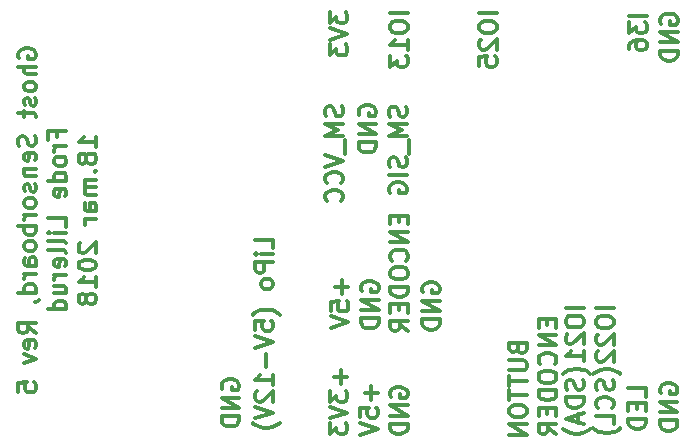
<source format=gbr>
G04 #@! TF.GenerationSoftware,KiCad,Pcbnew,5.0.0-rc2-dev-unknown-e0e0687~62~ubuntu16.04.1*
G04 #@! TF.CreationDate,2018-03-18T12:22:30+01:00*
G04 #@! TF.ProjectId,GhostSensorBoard,47686F737453656E736F72426F617264,rev?*
G04 #@! TF.SameCoordinates,Original*
G04 #@! TF.FileFunction,Legend,Bot*
G04 #@! TF.FilePolarity,Positive*
%FSLAX46Y46*%
G04 Gerber Fmt 4.6, Leading zero omitted, Abs format (unit mm)*
G04 Created by KiCad (PCBNEW 5.0.0-rc2-dev-unknown-e0e0687~62~ubuntu16.04.1) date Sun Mar 18 12:22:30 2018*
%MOMM*%
%LPD*%
G01*
G04 APERTURE LIST*
%ADD10C,0.300000*%
G04 APERTURE END LIST*
D10*
X156757142Y-89771428D02*
X156828571Y-89985714D01*
X156828571Y-90342857D01*
X156757142Y-90485714D01*
X156685714Y-90557142D01*
X156542857Y-90628571D01*
X156400000Y-90628571D01*
X156257142Y-90557142D01*
X156185714Y-90485714D01*
X156114285Y-90342857D01*
X156042857Y-90057142D01*
X155971428Y-89914285D01*
X155900000Y-89842857D01*
X155757142Y-89771428D01*
X155614285Y-89771428D01*
X155471428Y-89842857D01*
X155400000Y-89914285D01*
X155328571Y-90057142D01*
X155328571Y-90414285D01*
X155400000Y-90628571D01*
X156828571Y-91271428D02*
X155328571Y-91271428D01*
X156400000Y-91771428D01*
X155328571Y-92271428D01*
X156828571Y-92271428D01*
X156971428Y-92628571D02*
X156971428Y-93771428D01*
X156757142Y-94057142D02*
X156828571Y-94271428D01*
X156828571Y-94628571D01*
X156757142Y-94771428D01*
X156685714Y-94842857D01*
X156542857Y-94914285D01*
X156400000Y-94914285D01*
X156257142Y-94842857D01*
X156185714Y-94771428D01*
X156114285Y-94628571D01*
X156042857Y-94342857D01*
X155971428Y-94200000D01*
X155900000Y-94128571D01*
X155757142Y-94057142D01*
X155614285Y-94057142D01*
X155471428Y-94128571D01*
X155400000Y-94200000D01*
X155328571Y-94342857D01*
X155328571Y-94700000D01*
X155400000Y-94914285D01*
X156828571Y-95557142D02*
X155328571Y-95557142D01*
X155400000Y-97057142D02*
X155328571Y-96914285D01*
X155328571Y-96700000D01*
X155400000Y-96485714D01*
X155542857Y-96342857D01*
X155685714Y-96271428D01*
X155971428Y-96200000D01*
X156185714Y-96200000D01*
X156471428Y-96271428D01*
X156614285Y-96342857D01*
X156757142Y-96485714D01*
X156828571Y-96700000D01*
X156828571Y-96842857D01*
X156757142Y-97057142D01*
X156685714Y-97128571D01*
X156185714Y-97128571D01*
X156185714Y-96842857D01*
X151357142Y-89750000D02*
X151428571Y-89964285D01*
X151428571Y-90321428D01*
X151357142Y-90464285D01*
X151285714Y-90535714D01*
X151142857Y-90607142D01*
X151000000Y-90607142D01*
X150857142Y-90535714D01*
X150785714Y-90464285D01*
X150714285Y-90321428D01*
X150642857Y-90035714D01*
X150571428Y-89892857D01*
X150500000Y-89821428D01*
X150357142Y-89750000D01*
X150214285Y-89750000D01*
X150071428Y-89821428D01*
X150000000Y-89892857D01*
X149928571Y-90035714D01*
X149928571Y-90392857D01*
X150000000Y-90607142D01*
X151428571Y-91250000D02*
X149928571Y-91250000D01*
X151000000Y-91750000D01*
X149928571Y-92250000D01*
X151428571Y-92250000D01*
X151571428Y-92607142D02*
X151571428Y-93750000D01*
X149928571Y-93892857D02*
X151428571Y-94392857D01*
X149928571Y-94892857D01*
X151285714Y-96250000D02*
X151357142Y-96178571D01*
X151428571Y-95964285D01*
X151428571Y-95821428D01*
X151357142Y-95607142D01*
X151214285Y-95464285D01*
X151071428Y-95392857D01*
X150785714Y-95321428D01*
X150571428Y-95321428D01*
X150285714Y-95392857D01*
X150142857Y-95464285D01*
X150000000Y-95607142D01*
X149928571Y-95821428D01*
X149928571Y-95964285D01*
X150000000Y-96178571D01*
X150071428Y-96250000D01*
X151285714Y-97750000D02*
X151357142Y-97678571D01*
X151428571Y-97464285D01*
X151428571Y-97321428D01*
X151357142Y-97107142D01*
X151214285Y-96964285D01*
X151071428Y-96892857D01*
X150785714Y-96821428D01*
X150571428Y-96821428D01*
X150285714Y-96892857D01*
X150142857Y-96964285D01*
X150000000Y-97107142D01*
X149928571Y-97321428D01*
X149928571Y-97464285D01*
X150000000Y-97678571D01*
X150071428Y-97750000D01*
X152800000Y-90507142D02*
X152728571Y-90364285D01*
X152728571Y-90150000D01*
X152800000Y-89935714D01*
X152942857Y-89792857D01*
X153085714Y-89721428D01*
X153371428Y-89650000D01*
X153585714Y-89650000D01*
X153871428Y-89721428D01*
X154014285Y-89792857D01*
X154157142Y-89935714D01*
X154228571Y-90150000D01*
X154228571Y-90292857D01*
X154157142Y-90507142D01*
X154085714Y-90578571D01*
X153585714Y-90578571D01*
X153585714Y-90292857D01*
X154228571Y-91221428D02*
X152728571Y-91221428D01*
X154228571Y-92078571D01*
X152728571Y-92078571D01*
X154228571Y-92792857D02*
X152728571Y-92792857D01*
X152728571Y-93150000D01*
X152800000Y-93364285D01*
X152942857Y-93507142D01*
X153085714Y-93578571D01*
X153371428Y-93650000D01*
X153585714Y-93650000D01*
X153871428Y-93578571D01*
X154014285Y-93507142D01*
X154157142Y-93364285D01*
X154228571Y-93150000D01*
X154228571Y-92792857D01*
X150278571Y-81792857D02*
X150278571Y-82721428D01*
X150850000Y-82221428D01*
X150850000Y-82435714D01*
X150921428Y-82578571D01*
X150992857Y-82650000D01*
X151135714Y-82721428D01*
X151492857Y-82721428D01*
X151635714Y-82650000D01*
X151707142Y-82578571D01*
X151778571Y-82435714D01*
X151778571Y-82007142D01*
X151707142Y-81864285D01*
X151635714Y-81792857D01*
X150278571Y-83150000D02*
X151778571Y-83650000D01*
X150278571Y-84150000D01*
X150278571Y-84507142D02*
X150278571Y-85435714D01*
X150850000Y-84935714D01*
X150850000Y-85150000D01*
X150921428Y-85292857D01*
X150992857Y-85364285D01*
X151135714Y-85435714D01*
X151492857Y-85435714D01*
X151635714Y-85364285D01*
X151707142Y-85292857D01*
X151778571Y-85150000D01*
X151778571Y-84721428D01*
X151707142Y-84578571D01*
X151635714Y-84507142D01*
X156878571Y-81885714D02*
X155378571Y-81885714D01*
X155378571Y-82885714D02*
X155378571Y-83171428D01*
X155450000Y-83314285D01*
X155592857Y-83457142D01*
X155878571Y-83528571D01*
X156378571Y-83528571D01*
X156664285Y-83457142D01*
X156807142Y-83314285D01*
X156878571Y-83171428D01*
X156878571Y-82885714D01*
X156807142Y-82742857D01*
X156664285Y-82600000D01*
X156378571Y-82528571D01*
X155878571Y-82528571D01*
X155592857Y-82600000D01*
X155450000Y-82742857D01*
X155378571Y-82885714D01*
X156878571Y-84957142D02*
X156878571Y-84100000D01*
X156878571Y-84528571D02*
X155378571Y-84528571D01*
X155592857Y-84385714D01*
X155735714Y-84242857D01*
X155807142Y-84100000D01*
X155378571Y-85457142D02*
X155378571Y-86385714D01*
X155950000Y-85885714D01*
X155950000Y-86100000D01*
X156021428Y-86242857D01*
X156092857Y-86314285D01*
X156235714Y-86385714D01*
X156592857Y-86385714D01*
X156735714Y-86314285D01*
X156807142Y-86242857D01*
X156878571Y-86100000D01*
X156878571Y-85671428D01*
X156807142Y-85528571D01*
X156735714Y-85457142D01*
X164428571Y-81885714D02*
X162928571Y-81885714D01*
X162928571Y-82885714D02*
X162928571Y-83171428D01*
X163000000Y-83314285D01*
X163142857Y-83457142D01*
X163428571Y-83528571D01*
X163928571Y-83528571D01*
X164214285Y-83457142D01*
X164357142Y-83314285D01*
X164428571Y-83171428D01*
X164428571Y-82885714D01*
X164357142Y-82742857D01*
X164214285Y-82600000D01*
X163928571Y-82528571D01*
X163428571Y-82528571D01*
X163142857Y-82600000D01*
X163000000Y-82742857D01*
X162928571Y-82885714D01*
X163071428Y-84100000D02*
X163000000Y-84171428D01*
X162928571Y-84314285D01*
X162928571Y-84671428D01*
X163000000Y-84814285D01*
X163071428Y-84885714D01*
X163214285Y-84957142D01*
X163357142Y-84957142D01*
X163571428Y-84885714D01*
X164428571Y-84028571D01*
X164428571Y-84957142D01*
X162928571Y-86314285D02*
X162928571Y-85600000D01*
X163642857Y-85528571D01*
X163571428Y-85600000D01*
X163500000Y-85742857D01*
X163500000Y-86100000D01*
X163571428Y-86242857D01*
X163642857Y-86314285D01*
X163785714Y-86385714D01*
X164142857Y-86385714D01*
X164285714Y-86314285D01*
X164357142Y-86242857D01*
X164428571Y-86100000D01*
X164428571Y-85742857D01*
X164357142Y-85600000D01*
X164285714Y-85528571D01*
X177128571Y-82071428D02*
X175628571Y-82071428D01*
X175628571Y-82642857D02*
X175628571Y-83571428D01*
X176200000Y-83071428D01*
X176200000Y-83285714D01*
X176271428Y-83428571D01*
X176342857Y-83500000D01*
X176485714Y-83571428D01*
X176842857Y-83571428D01*
X176985714Y-83500000D01*
X177057142Y-83428571D01*
X177128571Y-83285714D01*
X177128571Y-82857142D01*
X177057142Y-82714285D01*
X176985714Y-82642857D01*
X175628571Y-84857142D02*
X175628571Y-84571428D01*
X175700000Y-84428571D01*
X175771428Y-84357142D01*
X175985714Y-84214285D01*
X176271428Y-84142857D01*
X176842857Y-84142857D01*
X176985714Y-84214285D01*
X177057142Y-84285714D01*
X177128571Y-84428571D01*
X177128571Y-84714285D01*
X177057142Y-84857142D01*
X176985714Y-84928571D01*
X176842857Y-85000000D01*
X176485714Y-85000000D01*
X176342857Y-84928571D01*
X176271428Y-84857142D01*
X176200000Y-84714285D01*
X176200000Y-84428571D01*
X176271428Y-84285714D01*
X176342857Y-84214285D01*
X176485714Y-84142857D01*
X178350000Y-82757142D02*
X178278571Y-82614285D01*
X178278571Y-82400000D01*
X178350000Y-82185714D01*
X178492857Y-82042857D01*
X178635714Y-81971428D01*
X178921428Y-81900000D01*
X179135714Y-81900000D01*
X179421428Y-81971428D01*
X179564285Y-82042857D01*
X179707142Y-82185714D01*
X179778571Y-82400000D01*
X179778571Y-82542857D01*
X179707142Y-82757142D01*
X179635714Y-82828571D01*
X179135714Y-82828571D01*
X179135714Y-82542857D01*
X179778571Y-83471428D02*
X178278571Y-83471428D01*
X179778571Y-84328571D01*
X178278571Y-84328571D01*
X179778571Y-85042857D02*
X178278571Y-85042857D01*
X178278571Y-85400000D01*
X178350000Y-85614285D01*
X178492857Y-85757142D01*
X178635714Y-85828571D01*
X178921428Y-85900000D01*
X179135714Y-85900000D01*
X179421428Y-85828571D01*
X179564285Y-85757142D01*
X179707142Y-85614285D01*
X179778571Y-85400000D01*
X179778571Y-85042857D01*
X151307142Y-104471428D02*
X151307142Y-105614285D01*
X151878571Y-105042857D02*
X150735714Y-105042857D01*
X150378571Y-107042857D02*
X150378571Y-106328571D01*
X151092857Y-106257142D01*
X151021428Y-106328571D01*
X150950000Y-106471428D01*
X150950000Y-106828571D01*
X151021428Y-106971428D01*
X151092857Y-107042857D01*
X151235714Y-107114285D01*
X151592857Y-107114285D01*
X151735714Y-107042857D01*
X151807142Y-106971428D01*
X151878571Y-106828571D01*
X151878571Y-106471428D01*
X151807142Y-106328571D01*
X151735714Y-106257142D01*
X150378571Y-107542857D02*
X151878571Y-108042857D01*
X150378571Y-108542857D01*
X153000000Y-105407142D02*
X152928571Y-105264285D01*
X152928571Y-105050000D01*
X153000000Y-104835714D01*
X153142857Y-104692857D01*
X153285714Y-104621428D01*
X153571428Y-104550000D01*
X153785714Y-104550000D01*
X154071428Y-104621428D01*
X154214285Y-104692857D01*
X154357142Y-104835714D01*
X154428571Y-105050000D01*
X154428571Y-105192857D01*
X154357142Y-105407142D01*
X154285714Y-105478571D01*
X153785714Y-105478571D01*
X153785714Y-105192857D01*
X154428571Y-106121428D02*
X152928571Y-106121428D01*
X154428571Y-106978571D01*
X152928571Y-106978571D01*
X154428571Y-107692857D02*
X152928571Y-107692857D01*
X152928571Y-108050000D01*
X153000000Y-108264285D01*
X153142857Y-108407142D01*
X153285714Y-108478571D01*
X153571428Y-108550000D01*
X153785714Y-108550000D01*
X154071428Y-108478571D01*
X154214285Y-108407142D01*
X154357142Y-108264285D01*
X154428571Y-108050000D01*
X154428571Y-107692857D01*
X156142857Y-99028571D02*
X156142857Y-99528571D01*
X156928571Y-99742857D02*
X156928571Y-99028571D01*
X155428571Y-99028571D01*
X155428571Y-99742857D01*
X156928571Y-100385714D02*
X155428571Y-100385714D01*
X156928571Y-101242857D01*
X155428571Y-101242857D01*
X156785714Y-102814285D02*
X156857142Y-102742857D01*
X156928571Y-102528571D01*
X156928571Y-102385714D01*
X156857142Y-102171428D01*
X156714285Y-102028571D01*
X156571428Y-101957142D01*
X156285714Y-101885714D01*
X156071428Y-101885714D01*
X155785714Y-101957142D01*
X155642857Y-102028571D01*
X155500000Y-102171428D01*
X155428571Y-102385714D01*
X155428571Y-102528571D01*
X155500000Y-102742857D01*
X155571428Y-102814285D01*
X155428571Y-103742857D02*
X155428571Y-104028571D01*
X155500000Y-104171428D01*
X155642857Y-104314285D01*
X155928571Y-104385714D01*
X156428571Y-104385714D01*
X156714285Y-104314285D01*
X156857142Y-104171428D01*
X156928571Y-104028571D01*
X156928571Y-103742857D01*
X156857142Y-103600000D01*
X156714285Y-103457142D01*
X156428571Y-103385714D01*
X155928571Y-103385714D01*
X155642857Y-103457142D01*
X155500000Y-103600000D01*
X155428571Y-103742857D01*
X156928571Y-105028571D02*
X155428571Y-105028571D01*
X155428571Y-105385714D01*
X155500000Y-105600000D01*
X155642857Y-105742857D01*
X155785714Y-105814285D01*
X156071428Y-105885714D01*
X156285714Y-105885714D01*
X156571428Y-105814285D01*
X156714285Y-105742857D01*
X156857142Y-105600000D01*
X156928571Y-105385714D01*
X156928571Y-105028571D01*
X156142857Y-106528571D02*
X156142857Y-107028571D01*
X156928571Y-107242857D02*
X156928571Y-106528571D01*
X155428571Y-106528571D01*
X155428571Y-107242857D01*
X156928571Y-108742857D02*
X156214285Y-108242857D01*
X156928571Y-107885714D02*
X155428571Y-107885714D01*
X155428571Y-108457142D01*
X155500000Y-108600000D01*
X155571428Y-108671428D01*
X155714285Y-108742857D01*
X155928571Y-108742857D01*
X156071428Y-108671428D01*
X156142857Y-108600000D01*
X156214285Y-108457142D01*
X156214285Y-107885714D01*
X158200000Y-105507142D02*
X158128571Y-105364285D01*
X158128571Y-105150000D01*
X158200000Y-104935714D01*
X158342857Y-104792857D01*
X158485714Y-104721428D01*
X158771428Y-104650000D01*
X158985714Y-104650000D01*
X159271428Y-104721428D01*
X159414285Y-104792857D01*
X159557142Y-104935714D01*
X159628571Y-105150000D01*
X159628571Y-105292857D01*
X159557142Y-105507142D01*
X159485714Y-105578571D01*
X158985714Y-105578571D01*
X158985714Y-105292857D01*
X159628571Y-106221428D02*
X158128571Y-106221428D01*
X159628571Y-107078571D01*
X158128571Y-107078571D01*
X159628571Y-107792857D02*
X158128571Y-107792857D01*
X158128571Y-108150000D01*
X158200000Y-108364285D01*
X158342857Y-108507142D01*
X158485714Y-108578571D01*
X158771428Y-108650000D01*
X158985714Y-108650000D01*
X159271428Y-108578571D01*
X159414285Y-108507142D01*
X159557142Y-108364285D01*
X159628571Y-108150000D01*
X159628571Y-107792857D01*
X145478571Y-101750000D02*
X145478571Y-101035714D01*
X143978571Y-101035714D01*
X145478571Y-102250000D02*
X144478571Y-102250000D01*
X143978571Y-102250000D02*
X144050000Y-102178571D01*
X144121428Y-102250000D01*
X144050000Y-102321428D01*
X143978571Y-102250000D01*
X144121428Y-102250000D01*
X145478571Y-102964285D02*
X143978571Y-102964285D01*
X143978571Y-103535714D01*
X144050000Y-103678571D01*
X144121428Y-103750000D01*
X144264285Y-103821428D01*
X144478571Y-103821428D01*
X144621428Y-103750000D01*
X144692857Y-103678571D01*
X144764285Y-103535714D01*
X144764285Y-102964285D01*
X145478571Y-104678571D02*
X145407142Y-104535714D01*
X145335714Y-104464285D01*
X145192857Y-104392857D01*
X144764285Y-104392857D01*
X144621428Y-104464285D01*
X144550000Y-104535714D01*
X144478571Y-104678571D01*
X144478571Y-104892857D01*
X144550000Y-105035714D01*
X144621428Y-105107142D01*
X144764285Y-105178571D01*
X145192857Y-105178571D01*
X145335714Y-105107142D01*
X145407142Y-105035714D01*
X145478571Y-104892857D01*
X145478571Y-104678571D01*
X146050000Y-107392857D02*
X145978571Y-107321428D01*
X145764285Y-107178571D01*
X145621428Y-107107142D01*
X145407142Y-107035714D01*
X145050000Y-106964285D01*
X144764285Y-106964285D01*
X144407142Y-107035714D01*
X144192857Y-107107142D01*
X144050000Y-107178571D01*
X143835714Y-107321428D01*
X143764285Y-107392857D01*
X143978571Y-108678571D02*
X143978571Y-107964285D01*
X144692857Y-107892857D01*
X144621428Y-107964285D01*
X144550000Y-108107142D01*
X144550000Y-108464285D01*
X144621428Y-108607142D01*
X144692857Y-108678571D01*
X144835714Y-108750000D01*
X145192857Y-108750000D01*
X145335714Y-108678571D01*
X145407142Y-108607142D01*
X145478571Y-108464285D01*
X145478571Y-108107142D01*
X145407142Y-107964285D01*
X145335714Y-107892857D01*
X143978571Y-109178571D02*
X145478571Y-109678571D01*
X143978571Y-110178571D01*
X144907142Y-110678571D02*
X144907142Y-111821428D01*
X145478571Y-113321428D02*
X145478571Y-112464285D01*
X145478571Y-112892857D02*
X143978571Y-112892857D01*
X144192857Y-112750000D01*
X144335714Y-112607142D01*
X144407142Y-112464285D01*
X144121428Y-113892857D02*
X144050000Y-113964285D01*
X143978571Y-114107142D01*
X143978571Y-114464285D01*
X144050000Y-114607142D01*
X144121428Y-114678571D01*
X144264285Y-114750000D01*
X144407142Y-114750000D01*
X144621428Y-114678571D01*
X145478571Y-113821428D01*
X145478571Y-114750000D01*
X143978571Y-115178571D02*
X145478571Y-115678571D01*
X143978571Y-116178571D01*
X146050000Y-116535714D02*
X145978571Y-116607142D01*
X145764285Y-116750000D01*
X145621428Y-116821428D01*
X145407142Y-116892857D01*
X145050000Y-116964285D01*
X144764285Y-116964285D01*
X144407142Y-116892857D01*
X144192857Y-116821428D01*
X144050000Y-116750000D01*
X143835714Y-116607142D01*
X143764285Y-116535714D01*
X141200000Y-113707142D02*
X141128571Y-113564285D01*
X141128571Y-113350000D01*
X141200000Y-113135714D01*
X141342857Y-112992857D01*
X141485714Y-112921428D01*
X141771428Y-112850000D01*
X141985714Y-112850000D01*
X142271428Y-112921428D01*
X142414285Y-112992857D01*
X142557142Y-113135714D01*
X142628571Y-113350000D01*
X142628571Y-113492857D01*
X142557142Y-113707142D01*
X142485714Y-113778571D01*
X141985714Y-113778571D01*
X141985714Y-113492857D01*
X142628571Y-114421428D02*
X141128571Y-114421428D01*
X142628571Y-115278571D01*
X141128571Y-115278571D01*
X142628571Y-115992857D02*
X141128571Y-115992857D01*
X141128571Y-116350000D01*
X141200000Y-116564285D01*
X141342857Y-116707142D01*
X141485714Y-116778571D01*
X141771428Y-116850000D01*
X141985714Y-116850000D01*
X142271428Y-116778571D01*
X142414285Y-116707142D01*
X142557142Y-116564285D01*
X142628571Y-116350000D01*
X142628571Y-115992857D01*
X151207142Y-112107142D02*
X151207142Y-113250000D01*
X151778571Y-112678571D02*
X150635714Y-112678571D01*
X150278571Y-113821428D02*
X150278571Y-114750000D01*
X150850000Y-114250000D01*
X150850000Y-114464285D01*
X150921428Y-114607142D01*
X150992857Y-114678571D01*
X151135714Y-114750000D01*
X151492857Y-114750000D01*
X151635714Y-114678571D01*
X151707142Y-114607142D01*
X151778571Y-114464285D01*
X151778571Y-114035714D01*
X151707142Y-113892857D01*
X151635714Y-113821428D01*
X150278571Y-115178571D02*
X151778571Y-115678571D01*
X150278571Y-116178571D01*
X150278571Y-116535714D02*
X150278571Y-117464285D01*
X150850000Y-116964285D01*
X150850000Y-117178571D01*
X150921428Y-117321428D01*
X150992857Y-117392857D01*
X151135714Y-117464285D01*
X151492857Y-117464285D01*
X151635714Y-117392857D01*
X151707142Y-117321428D01*
X151778571Y-117178571D01*
X151778571Y-116750000D01*
X151707142Y-116607142D01*
X151635714Y-116535714D01*
X153807142Y-113471428D02*
X153807142Y-114614285D01*
X154378571Y-114042857D02*
X153235714Y-114042857D01*
X152878571Y-116042857D02*
X152878571Y-115328571D01*
X153592857Y-115257142D01*
X153521428Y-115328571D01*
X153450000Y-115471428D01*
X153450000Y-115828571D01*
X153521428Y-115971428D01*
X153592857Y-116042857D01*
X153735714Y-116114285D01*
X154092857Y-116114285D01*
X154235714Y-116042857D01*
X154307142Y-115971428D01*
X154378571Y-115828571D01*
X154378571Y-115471428D01*
X154307142Y-115328571D01*
X154235714Y-115257142D01*
X152878571Y-116542857D02*
X154378571Y-117042857D01*
X152878571Y-117542857D01*
X155450000Y-114357142D02*
X155378571Y-114214285D01*
X155378571Y-114000000D01*
X155450000Y-113785714D01*
X155592857Y-113642857D01*
X155735714Y-113571428D01*
X156021428Y-113500000D01*
X156235714Y-113500000D01*
X156521428Y-113571428D01*
X156664285Y-113642857D01*
X156807142Y-113785714D01*
X156878571Y-114000000D01*
X156878571Y-114142857D01*
X156807142Y-114357142D01*
X156735714Y-114428571D01*
X156235714Y-114428571D01*
X156235714Y-114142857D01*
X156878571Y-115071428D02*
X155378571Y-115071428D01*
X156878571Y-115928571D01*
X155378571Y-115928571D01*
X156878571Y-116642857D02*
X155378571Y-116642857D01*
X155378571Y-117000000D01*
X155450000Y-117214285D01*
X155592857Y-117357142D01*
X155735714Y-117428571D01*
X156021428Y-117500000D01*
X156235714Y-117500000D01*
X156521428Y-117428571D01*
X156664285Y-117357142D01*
X156807142Y-117214285D01*
X156878571Y-117000000D01*
X156878571Y-116642857D01*
X166192857Y-110257142D02*
X166264285Y-110471428D01*
X166335714Y-110542857D01*
X166478571Y-110614285D01*
X166692857Y-110614285D01*
X166835714Y-110542857D01*
X166907142Y-110471428D01*
X166978571Y-110328571D01*
X166978571Y-109757142D01*
X165478571Y-109757142D01*
X165478571Y-110257142D01*
X165550000Y-110400000D01*
X165621428Y-110471428D01*
X165764285Y-110542857D01*
X165907142Y-110542857D01*
X166050000Y-110471428D01*
X166121428Y-110400000D01*
X166192857Y-110257142D01*
X166192857Y-109757142D01*
X165478571Y-111257142D02*
X166692857Y-111257142D01*
X166835714Y-111328571D01*
X166907142Y-111400000D01*
X166978571Y-111542857D01*
X166978571Y-111828571D01*
X166907142Y-111971428D01*
X166835714Y-112042857D01*
X166692857Y-112114285D01*
X165478571Y-112114285D01*
X165478571Y-112614285D02*
X165478571Y-113471428D01*
X166978571Y-113042857D02*
X165478571Y-113042857D01*
X165478571Y-113757142D02*
X165478571Y-114614285D01*
X166978571Y-114185714D02*
X165478571Y-114185714D01*
X165478571Y-115400000D02*
X165478571Y-115685714D01*
X165550000Y-115828571D01*
X165692857Y-115971428D01*
X165978571Y-116042857D01*
X166478571Y-116042857D01*
X166764285Y-115971428D01*
X166907142Y-115828571D01*
X166978571Y-115685714D01*
X166978571Y-115400000D01*
X166907142Y-115257142D01*
X166764285Y-115114285D01*
X166478571Y-115042857D01*
X165978571Y-115042857D01*
X165692857Y-115114285D01*
X165550000Y-115257142D01*
X165478571Y-115400000D01*
X166978571Y-116685714D02*
X165478571Y-116685714D01*
X166978571Y-117542857D01*
X165478571Y-117542857D01*
X168692857Y-107778571D02*
X168692857Y-108278571D01*
X169478571Y-108492857D02*
X169478571Y-107778571D01*
X167978571Y-107778571D01*
X167978571Y-108492857D01*
X169478571Y-109135714D02*
X167978571Y-109135714D01*
X169478571Y-109992857D01*
X167978571Y-109992857D01*
X169335714Y-111564285D02*
X169407142Y-111492857D01*
X169478571Y-111278571D01*
X169478571Y-111135714D01*
X169407142Y-110921428D01*
X169264285Y-110778571D01*
X169121428Y-110707142D01*
X168835714Y-110635714D01*
X168621428Y-110635714D01*
X168335714Y-110707142D01*
X168192857Y-110778571D01*
X168050000Y-110921428D01*
X167978571Y-111135714D01*
X167978571Y-111278571D01*
X168050000Y-111492857D01*
X168121428Y-111564285D01*
X167978571Y-112492857D02*
X167978571Y-112778571D01*
X168050000Y-112921428D01*
X168192857Y-113064285D01*
X168478571Y-113135714D01*
X168978571Y-113135714D01*
X169264285Y-113064285D01*
X169407142Y-112921428D01*
X169478571Y-112778571D01*
X169478571Y-112492857D01*
X169407142Y-112350000D01*
X169264285Y-112207142D01*
X168978571Y-112135714D01*
X168478571Y-112135714D01*
X168192857Y-112207142D01*
X168050000Y-112350000D01*
X167978571Y-112492857D01*
X169478571Y-113778571D02*
X167978571Y-113778571D01*
X167978571Y-114135714D01*
X168050000Y-114350000D01*
X168192857Y-114492857D01*
X168335714Y-114564285D01*
X168621428Y-114635714D01*
X168835714Y-114635714D01*
X169121428Y-114564285D01*
X169264285Y-114492857D01*
X169407142Y-114350000D01*
X169478571Y-114135714D01*
X169478571Y-113778571D01*
X168692857Y-115278571D02*
X168692857Y-115778571D01*
X169478571Y-115992857D02*
X169478571Y-115278571D01*
X167978571Y-115278571D01*
X167978571Y-115992857D01*
X169478571Y-117492857D02*
X168764285Y-116992857D01*
X169478571Y-116635714D02*
X167978571Y-116635714D01*
X167978571Y-117207142D01*
X168050000Y-117350000D01*
X168121428Y-117421428D01*
X168264285Y-117492857D01*
X168478571Y-117492857D01*
X168621428Y-117421428D01*
X168692857Y-117350000D01*
X168764285Y-117207142D01*
X168764285Y-116635714D01*
X171778571Y-106828571D02*
X170278571Y-106828571D01*
X170278571Y-107828571D02*
X170278571Y-108114285D01*
X170350000Y-108257142D01*
X170492857Y-108400000D01*
X170778571Y-108471428D01*
X171278571Y-108471428D01*
X171564285Y-108400000D01*
X171707142Y-108257142D01*
X171778571Y-108114285D01*
X171778571Y-107828571D01*
X171707142Y-107685714D01*
X171564285Y-107542857D01*
X171278571Y-107471428D01*
X170778571Y-107471428D01*
X170492857Y-107542857D01*
X170350000Y-107685714D01*
X170278571Y-107828571D01*
X170421428Y-109042857D02*
X170350000Y-109114285D01*
X170278571Y-109257142D01*
X170278571Y-109614285D01*
X170350000Y-109757142D01*
X170421428Y-109828571D01*
X170564285Y-109900000D01*
X170707142Y-109900000D01*
X170921428Y-109828571D01*
X171778571Y-108971428D01*
X171778571Y-109900000D01*
X171778571Y-111328571D02*
X171778571Y-110471428D01*
X171778571Y-110900000D02*
X170278571Y-110900000D01*
X170492857Y-110757142D01*
X170635714Y-110614285D01*
X170707142Y-110471428D01*
X172350000Y-112400000D02*
X172278571Y-112328571D01*
X172064285Y-112185714D01*
X171921428Y-112114285D01*
X171707142Y-112042857D01*
X171350000Y-111971428D01*
X171064285Y-111971428D01*
X170707142Y-112042857D01*
X170492857Y-112114285D01*
X170350000Y-112185714D01*
X170135714Y-112328571D01*
X170064285Y-112400000D01*
X171707142Y-112900000D02*
X171778571Y-113114285D01*
X171778571Y-113471428D01*
X171707142Y-113614285D01*
X171635714Y-113685714D01*
X171492857Y-113757142D01*
X171350000Y-113757142D01*
X171207142Y-113685714D01*
X171135714Y-113614285D01*
X171064285Y-113471428D01*
X170992857Y-113185714D01*
X170921428Y-113042857D01*
X170850000Y-112971428D01*
X170707142Y-112900000D01*
X170564285Y-112900000D01*
X170421428Y-112971428D01*
X170350000Y-113042857D01*
X170278571Y-113185714D01*
X170278571Y-113542857D01*
X170350000Y-113757142D01*
X171778571Y-114400000D02*
X170278571Y-114400000D01*
X170278571Y-114757142D01*
X170350000Y-114971428D01*
X170492857Y-115114285D01*
X170635714Y-115185714D01*
X170921428Y-115257142D01*
X171135714Y-115257142D01*
X171421428Y-115185714D01*
X171564285Y-115114285D01*
X171707142Y-114971428D01*
X171778571Y-114757142D01*
X171778571Y-114400000D01*
X171350000Y-115828571D02*
X171350000Y-116542857D01*
X171778571Y-115685714D02*
X170278571Y-116185714D01*
X171778571Y-116685714D01*
X172350000Y-117042857D02*
X172278571Y-117114285D01*
X172064285Y-117257142D01*
X171921428Y-117328571D01*
X171707142Y-117400000D01*
X171350000Y-117471428D01*
X171064285Y-117471428D01*
X170707142Y-117400000D01*
X170492857Y-117328571D01*
X170350000Y-117257142D01*
X170135714Y-117114285D01*
X170064285Y-117042857D01*
X174328571Y-106864285D02*
X172828571Y-106864285D01*
X172828571Y-107864285D02*
X172828571Y-108150000D01*
X172900000Y-108292857D01*
X173042857Y-108435714D01*
X173328571Y-108507142D01*
X173828571Y-108507142D01*
X174114285Y-108435714D01*
X174257142Y-108292857D01*
X174328571Y-108150000D01*
X174328571Y-107864285D01*
X174257142Y-107721428D01*
X174114285Y-107578571D01*
X173828571Y-107507142D01*
X173328571Y-107507142D01*
X173042857Y-107578571D01*
X172900000Y-107721428D01*
X172828571Y-107864285D01*
X172971428Y-109078571D02*
X172900000Y-109150000D01*
X172828571Y-109292857D01*
X172828571Y-109650000D01*
X172900000Y-109792857D01*
X172971428Y-109864285D01*
X173114285Y-109935714D01*
X173257142Y-109935714D01*
X173471428Y-109864285D01*
X174328571Y-109007142D01*
X174328571Y-109935714D01*
X172971428Y-110507142D02*
X172900000Y-110578571D01*
X172828571Y-110721428D01*
X172828571Y-111078571D01*
X172900000Y-111221428D01*
X172971428Y-111292857D01*
X173114285Y-111364285D01*
X173257142Y-111364285D01*
X173471428Y-111292857D01*
X174328571Y-110435714D01*
X174328571Y-111364285D01*
X174900000Y-112435714D02*
X174828571Y-112364285D01*
X174614285Y-112221428D01*
X174471428Y-112150000D01*
X174257142Y-112078571D01*
X173900000Y-112007142D01*
X173614285Y-112007142D01*
X173257142Y-112078571D01*
X173042857Y-112150000D01*
X172900000Y-112221428D01*
X172685714Y-112364285D01*
X172614285Y-112435714D01*
X174257142Y-112935714D02*
X174328571Y-113150000D01*
X174328571Y-113507142D01*
X174257142Y-113650000D01*
X174185714Y-113721428D01*
X174042857Y-113792857D01*
X173900000Y-113792857D01*
X173757142Y-113721428D01*
X173685714Y-113650000D01*
X173614285Y-113507142D01*
X173542857Y-113221428D01*
X173471428Y-113078571D01*
X173400000Y-113007142D01*
X173257142Y-112935714D01*
X173114285Y-112935714D01*
X172971428Y-113007142D01*
X172900000Y-113078571D01*
X172828571Y-113221428D01*
X172828571Y-113578571D01*
X172900000Y-113792857D01*
X174185714Y-115292857D02*
X174257142Y-115221428D01*
X174328571Y-115007142D01*
X174328571Y-114864285D01*
X174257142Y-114650000D01*
X174114285Y-114507142D01*
X173971428Y-114435714D01*
X173685714Y-114364285D01*
X173471428Y-114364285D01*
X173185714Y-114435714D01*
X173042857Y-114507142D01*
X172900000Y-114650000D01*
X172828571Y-114864285D01*
X172828571Y-115007142D01*
X172900000Y-115221428D01*
X172971428Y-115292857D01*
X174328571Y-116650000D02*
X174328571Y-115935714D01*
X172828571Y-115935714D01*
X174900000Y-117007142D02*
X174828571Y-117078571D01*
X174614285Y-117221428D01*
X174471428Y-117292857D01*
X174257142Y-117364285D01*
X173900000Y-117435714D01*
X173614285Y-117435714D01*
X173257142Y-117364285D01*
X173042857Y-117292857D01*
X172900000Y-117221428D01*
X172685714Y-117078571D01*
X172614285Y-117007142D01*
X177078571Y-114335714D02*
X177078571Y-113621428D01*
X175578571Y-113621428D01*
X176292857Y-114835714D02*
X176292857Y-115335714D01*
X177078571Y-115550000D02*
X177078571Y-114835714D01*
X175578571Y-114835714D01*
X175578571Y-115550000D01*
X177078571Y-116192857D02*
X175578571Y-116192857D01*
X175578571Y-116550000D01*
X175650000Y-116764285D01*
X175792857Y-116907142D01*
X175935714Y-116978571D01*
X176221428Y-117050000D01*
X176435714Y-117050000D01*
X176721428Y-116978571D01*
X176864285Y-116907142D01*
X177007142Y-116764285D01*
X177078571Y-116550000D01*
X177078571Y-116192857D01*
X178300000Y-114057142D02*
X178228571Y-113914285D01*
X178228571Y-113700000D01*
X178300000Y-113485714D01*
X178442857Y-113342857D01*
X178585714Y-113271428D01*
X178871428Y-113200000D01*
X179085714Y-113200000D01*
X179371428Y-113271428D01*
X179514285Y-113342857D01*
X179657142Y-113485714D01*
X179728571Y-113700000D01*
X179728571Y-113842857D01*
X179657142Y-114057142D01*
X179585714Y-114128571D01*
X179085714Y-114128571D01*
X179085714Y-113842857D01*
X179728571Y-114771428D02*
X178228571Y-114771428D01*
X179728571Y-115628571D01*
X178228571Y-115628571D01*
X179728571Y-116342857D02*
X178228571Y-116342857D01*
X178228571Y-116700000D01*
X178300000Y-116914285D01*
X178442857Y-117057142D01*
X178585714Y-117128571D01*
X178871428Y-117200000D01*
X179085714Y-117200000D01*
X179371428Y-117128571D01*
X179514285Y-117057142D01*
X179657142Y-116914285D01*
X179728571Y-116700000D01*
X179728571Y-116342857D01*
X124000000Y-85685714D02*
X123928571Y-85542857D01*
X123928571Y-85328571D01*
X124000000Y-85114285D01*
X124142857Y-84971428D01*
X124285714Y-84900000D01*
X124571428Y-84828571D01*
X124785714Y-84828571D01*
X125071428Y-84900000D01*
X125214285Y-84971428D01*
X125357142Y-85114285D01*
X125428571Y-85328571D01*
X125428571Y-85471428D01*
X125357142Y-85685714D01*
X125285714Y-85757142D01*
X124785714Y-85757142D01*
X124785714Y-85471428D01*
X125428571Y-86400000D02*
X123928571Y-86400000D01*
X125428571Y-87042857D02*
X124642857Y-87042857D01*
X124500000Y-86971428D01*
X124428571Y-86828571D01*
X124428571Y-86614285D01*
X124500000Y-86471428D01*
X124571428Y-86400000D01*
X125428571Y-87971428D02*
X125357142Y-87828571D01*
X125285714Y-87757142D01*
X125142857Y-87685714D01*
X124714285Y-87685714D01*
X124571428Y-87757142D01*
X124500000Y-87828571D01*
X124428571Y-87971428D01*
X124428571Y-88185714D01*
X124500000Y-88328571D01*
X124571428Y-88400000D01*
X124714285Y-88471428D01*
X125142857Y-88471428D01*
X125285714Y-88400000D01*
X125357142Y-88328571D01*
X125428571Y-88185714D01*
X125428571Y-87971428D01*
X125357142Y-89042857D02*
X125428571Y-89185714D01*
X125428571Y-89471428D01*
X125357142Y-89614285D01*
X125214285Y-89685714D01*
X125142857Y-89685714D01*
X125000000Y-89614285D01*
X124928571Y-89471428D01*
X124928571Y-89257142D01*
X124857142Y-89114285D01*
X124714285Y-89042857D01*
X124642857Y-89042857D01*
X124500000Y-89114285D01*
X124428571Y-89257142D01*
X124428571Y-89471428D01*
X124500000Y-89614285D01*
X124428571Y-90114285D02*
X124428571Y-90685714D01*
X123928571Y-90328571D02*
X125214285Y-90328571D01*
X125357142Y-90400000D01*
X125428571Y-90542857D01*
X125428571Y-90685714D01*
X125357142Y-92257142D02*
X125428571Y-92471428D01*
X125428571Y-92828571D01*
X125357142Y-92971428D01*
X125285714Y-93042857D01*
X125142857Y-93114285D01*
X125000000Y-93114285D01*
X124857142Y-93042857D01*
X124785714Y-92971428D01*
X124714285Y-92828571D01*
X124642857Y-92542857D01*
X124571428Y-92400000D01*
X124500000Y-92328571D01*
X124357142Y-92257142D01*
X124214285Y-92257142D01*
X124071428Y-92328571D01*
X124000000Y-92400000D01*
X123928571Y-92542857D01*
X123928571Y-92900000D01*
X124000000Y-93114285D01*
X125357142Y-94328571D02*
X125428571Y-94185714D01*
X125428571Y-93900000D01*
X125357142Y-93757142D01*
X125214285Y-93685714D01*
X124642857Y-93685714D01*
X124500000Y-93757142D01*
X124428571Y-93900000D01*
X124428571Y-94185714D01*
X124500000Y-94328571D01*
X124642857Y-94400000D01*
X124785714Y-94400000D01*
X124928571Y-93685714D01*
X124428571Y-95042857D02*
X125428571Y-95042857D01*
X124571428Y-95042857D02*
X124500000Y-95114285D01*
X124428571Y-95257142D01*
X124428571Y-95471428D01*
X124500000Y-95614285D01*
X124642857Y-95685714D01*
X125428571Y-95685714D01*
X125357142Y-96328571D02*
X125428571Y-96471428D01*
X125428571Y-96757142D01*
X125357142Y-96900000D01*
X125214285Y-96971428D01*
X125142857Y-96971428D01*
X125000000Y-96900000D01*
X124928571Y-96757142D01*
X124928571Y-96542857D01*
X124857142Y-96400000D01*
X124714285Y-96328571D01*
X124642857Y-96328571D01*
X124500000Y-96400000D01*
X124428571Y-96542857D01*
X124428571Y-96757142D01*
X124500000Y-96900000D01*
X125428571Y-97828571D02*
X125357142Y-97685714D01*
X125285714Y-97614285D01*
X125142857Y-97542857D01*
X124714285Y-97542857D01*
X124571428Y-97614285D01*
X124500000Y-97685714D01*
X124428571Y-97828571D01*
X124428571Y-98042857D01*
X124500000Y-98185714D01*
X124571428Y-98257142D01*
X124714285Y-98328571D01*
X125142857Y-98328571D01*
X125285714Y-98257142D01*
X125357142Y-98185714D01*
X125428571Y-98042857D01*
X125428571Y-97828571D01*
X125428571Y-98971428D02*
X124428571Y-98971428D01*
X124714285Y-98971428D02*
X124571428Y-99042857D01*
X124500000Y-99114285D01*
X124428571Y-99257142D01*
X124428571Y-99400000D01*
X125428571Y-99900000D02*
X123928571Y-99900000D01*
X124500000Y-99900000D02*
X124428571Y-100042857D01*
X124428571Y-100328571D01*
X124500000Y-100471428D01*
X124571428Y-100542857D01*
X124714285Y-100614285D01*
X125142857Y-100614285D01*
X125285714Y-100542857D01*
X125357142Y-100471428D01*
X125428571Y-100328571D01*
X125428571Y-100042857D01*
X125357142Y-99900000D01*
X125428571Y-101471428D02*
X125357142Y-101328571D01*
X125285714Y-101257142D01*
X125142857Y-101185714D01*
X124714285Y-101185714D01*
X124571428Y-101257142D01*
X124500000Y-101328571D01*
X124428571Y-101471428D01*
X124428571Y-101685714D01*
X124500000Y-101828571D01*
X124571428Y-101900000D01*
X124714285Y-101971428D01*
X125142857Y-101971428D01*
X125285714Y-101900000D01*
X125357142Y-101828571D01*
X125428571Y-101685714D01*
X125428571Y-101471428D01*
X125428571Y-103257142D02*
X124642857Y-103257142D01*
X124500000Y-103185714D01*
X124428571Y-103042857D01*
X124428571Y-102757142D01*
X124500000Y-102614285D01*
X125357142Y-103257142D02*
X125428571Y-103114285D01*
X125428571Y-102757142D01*
X125357142Y-102614285D01*
X125214285Y-102542857D01*
X125071428Y-102542857D01*
X124928571Y-102614285D01*
X124857142Y-102757142D01*
X124857142Y-103114285D01*
X124785714Y-103257142D01*
X125428571Y-103971428D02*
X124428571Y-103971428D01*
X124714285Y-103971428D02*
X124571428Y-104042857D01*
X124500000Y-104114285D01*
X124428571Y-104257142D01*
X124428571Y-104400000D01*
X125428571Y-105542857D02*
X123928571Y-105542857D01*
X125357142Y-105542857D02*
X125428571Y-105400000D01*
X125428571Y-105114285D01*
X125357142Y-104971428D01*
X125285714Y-104900000D01*
X125142857Y-104828571D01*
X124714285Y-104828571D01*
X124571428Y-104900000D01*
X124500000Y-104971428D01*
X124428571Y-105114285D01*
X124428571Y-105400000D01*
X124500000Y-105542857D01*
X125357142Y-106328571D02*
X125428571Y-106328571D01*
X125571428Y-106257142D01*
X125642857Y-106185714D01*
X125428571Y-108971428D02*
X124714285Y-108471428D01*
X125428571Y-108114285D02*
X123928571Y-108114285D01*
X123928571Y-108685714D01*
X124000000Y-108828571D01*
X124071428Y-108900000D01*
X124214285Y-108971428D01*
X124428571Y-108971428D01*
X124571428Y-108900000D01*
X124642857Y-108828571D01*
X124714285Y-108685714D01*
X124714285Y-108114285D01*
X125357142Y-110185714D02*
X125428571Y-110042857D01*
X125428571Y-109757142D01*
X125357142Y-109614285D01*
X125214285Y-109542857D01*
X124642857Y-109542857D01*
X124500000Y-109614285D01*
X124428571Y-109757142D01*
X124428571Y-110042857D01*
X124500000Y-110185714D01*
X124642857Y-110257142D01*
X124785714Y-110257142D01*
X124928571Y-109542857D01*
X124428571Y-110757142D02*
X125428571Y-111114285D01*
X124428571Y-111471428D01*
X123928571Y-113900000D02*
X123928571Y-113185714D01*
X124642857Y-113114285D01*
X124571428Y-113185714D01*
X124500000Y-113328571D01*
X124500000Y-113685714D01*
X124571428Y-113828571D01*
X124642857Y-113900000D01*
X124785714Y-113971428D01*
X125142857Y-113971428D01*
X125285714Y-113900000D01*
X125357142Y-113828571D01*
X125428571Y-113685714D01*
X125428571Y-113328571D01*
X125357142Y-113185714D01*
X125285714Y-113114285D01*
X127192857Y-92364285D02*
X127192857Y-91864285D01*
X127978571Y-91864285D02*
X126478571Y-91864285D01*
X126478571Y-92578571D01*
X127978571Y-93150000D02*
X126978571Y-93150000D01*
X127264285Y-93150000D02*
X127121428Y-93221428D01*
X127050000Y-93292857D01*
X126978571Y-93435714D01*
X126978571Y-93578571D01*
X127978571Y-94292857D02*
X127907142Y-94150000D01*
X127835714Y-94078571D01*
X127692857Y-94007142D01*
X127264285Y-94007142D01*
X127121428Y-94078571D01*
X127050000Y-94150000D01*
X126978571Y-94292857D01*
X126978571Y-94507142D01*
X127050000Y-94650000D01*
X127121428Y-94721428D01*
X127264285Y-94792857D01*
X127692857Y-94792857D01*
X127835714Y-94721428D01*
X127907142Y-94650000D01*
X127978571Y-94507142D01*
X127978571Y-94292857D01*
X127978571Y-96078571D02*
X126478571Y-96078571D01*
X127907142Y-96078571D02*
X127978571Y-95935714D01*
X127978571Y-95650000D01*
X127907142Y-95507142D01*
X127835714Y-95435714D01*
X127692857Y-95364285D01*
X127264285Y-95364285D01*
X127121428Y-95435714D01*
X127050000Y-95507142D01*
X126978571Y-95650000D01*
X126978571Y-95935714D01*
X127050000Y-96078571D01*
X127907142Y-97364285D02*
X127978571Y-97221428D01*
X127978571Y-96935714D01*
X127907142Y-96792857D01*
X127764285Y-96721428D01*
X127192857Y-96721428D01*
X127050000Y-96792857D01*
X126978571Y-96935714D01*
X126978571Y-97221428D01*
X127050000Y-97364285D01*
X127192857Y-97435714D01*
X127335714Y-97435714D01*
X127478571Y-96721428D01*
X127978571Y-99935714D02*
X127978571Y-99221428D01*
X126478571Y-99221428D01*
X127978571Y-100435714D02*
X126978571Y-100435714D01*
X126478571Y-100435714D02*
X126550000Y-100364285D01*
X126621428Y-100435714D01*
X126550000Y-100507142D01*
X126478571Y-100435714D01*
X126621428Y-100435714D01*
X127978571Y-101364285D02*
X127907142Y-101221428D01*
X127764285Y-101150000D01*
X126478571Y-101150000D01*
X127978571Y-102150000D02*
X127907142Y-102007142D01*
X127764285Y-101935714D01*
X126478571Y-101935714D01*
X127907142Y-103292857D02*
X127978571Y-103150000D01*
X127978571Y-102864285D01*
X127907142Y-102721428D01*
X127764285Y-102650000D01*
X127192857Y-102650000D01*
X127050000Y-102721428D01*
X126978571Y-102864285D01*
X126978571Y-103150000D01*
X127050000Y-103292857D01*
X127192857Y-103364285D01*
X127335714Y-103364285D01*
X127478571Y-102650000D01*
X127978571Y-104007142D02*
X126978571Y-104007142D01*
X127264285Y-104007142D02*
X127121428Y-104078571D01*
X127050000Y-104150000D01*
X126978571Y-104292857D01*
X126978571Y-104435714D01*
X126978571Y-105578571D02*
X127978571Y-105578571D01*
X126978571Y-104935714D02*
X127764285Y-104935714D01*
X127907142Y-105007142D01*
X127978571Y-105150000D01*
X127978571Y-105364285D01*
X127907142Y-105507142D01*
X127835714Y-105578571D01*
X127978571Y-106935714D02*
X126478571Y-106935714D01*
X127907142Y-106935714D02*
X127978571Y-106792857D01*
X127978571Y-106507142D01*
X127907142Y-106364285D01*
X127835714Y-106292857D01*
X127692857Y-106221428D01*
X127264285Y-106221428D01*
X127121428Y-106292857D01*
X127050000Y-106364285D01*
X126978571Y-106507142D01*
X126978571Y-106792857D01*
X127050000Y-106935714D01*
X130528571Y-93185714D02*
X130528571Y-92328571D01*
X130528571Y-92757142D02*
X129028571Y-92757142D01*
X129242857Y-92614285D01*
X129385714Y-92471428D01*
X129457142Y-92328571D01*
X129671428Y-94042857D02*
X129600000Y-93900000D01*
X129528571Y-93828571D01*
X129385714Y-93757142D01*
X129314285Y-93757142D01*
X129171428Y-93828571D01*
X129100000Y-93900000D01*
X129028571Y-94042857D01*
X129028571Y-94328571D01*
X129100000Y-94471428D01*
X129171428Y-94542857D01*
X129314285Y-94614285D01*
X129385714Y-94614285D01*
X129528571Y-94542857D01*
X129600000Y-94471428D01*
X129671428Y-94328571D01*
X129671428Y-94042857D01*
X129742857Y-93900000D01*
X129814285Y-93828571D01*
X129957142Y-93757142D01*
X130242857Y-93757142D01*
X130385714Y-93828571D01*
X130457142Y-93900000D01*
X130528571Y-94042857D01*
X130528571Y-94328571D01*
X130457142Y-94471428D01*
X130385714Y-94542857D01*
X130242857Y-94614285D01*
X129957142Y-94614285D01*
X129814285Y-94542857D01*
X129742857Y-94471428D01*
X129671428Y-94328571D01*
X130385714Y-95257142D02*
X130457142Y-95328571D01*
X130528571Y-95257142D01*
X130457142Y-95185714D01*
X130385714Y-95257142D01*
X130528571Y-95257142D01*
X130528571Y-95971428D02*
X129528571Y-95971428D01*
X129671428Y-95971428D02*
X129600000Y-96042857D01*
X129528571Y-96185714D01*
X129528571Y-96400000D01*
X129600000Y-96542857D01*
X129742857Y-96614285D01*
X130528571Y-96614285D01*
X129742857Y-96614285D02*
X129600000Y-96685714D01*
X129528571Y-96828571D01*
X129528571Y-97042857D01*
X129600000Y-97185714D01*
X129742857Y-97257142D01*
X130528571Y-97257142D01*
X130528571Y-98614285D02*
X129742857Y-98614285D01*
X129600000Y-98542857D01*
X129528571Y-98400000D01*
X129528571Y-98114285D01*
X129600000Y-97971428D01*
X130457142Y-98614285D02*
X130528571Y-98471428D01*
X130528571Y-98114285D01*
X130457142Y-97971428D01*
X130314285Y-97900000D01*
X130171428Y-97900000D01*
X130028571Y-97971428D01*
X129957142Y-98114285D01*
X129957142Y-98471428D01*
X129885714Y-98614285D01*
X130528571Y-99328571D02*
X129528571Y-99328571D01*
X129814285Y-99328571D02*
X129671428Y-99400000D01*
X129600000Y-99471428D01*
X129528571Y-99614285D01*
X129528571Y-99757142D01*
X129171428Y-101328571D02*
X129100000Y-101400000D01*
X129028571Y-101542857D01*
X129028571Y-101900000D01*
X129100000Y-102042857D01*
X129171428Y-102114285D01*
X129314285Y-102185714D01*
X129457142Y-102185714D01*
X129671428Y-102114285D01*
X130528571Y-101257142D01*
X130528571Y-102185714D01*
X129028571Y-103114285D02*
X129028571Y-103257142D01*
X129100000Y-103400000D01*
X129171428Y-103471428D01*
X129314285Y-103542857D01*
X129600000Y-103614285D01*
X129957142Y-103614285D01*
X130242857Y-103542857D01*
X130385714Y-103471428D01*
X130457142Y-103400000D01*
X130528571Y-103257142D01*
X130528571Y-103114285D01*
X130457142Y-102971428D01*
X130385714Y-102900000D01*
X130242857Y-102828571D01*
X129957142Y-102757142D01*
X129600000Y-102757142D01*
X129314285Y-102828571D01*
X129171428Y-102900000D01*
X129100000Y-102971428D01*
X129028571Y-103114285D01*
X130528571Y-105042857D02*
X130528571Y-104185714D01*
X130528571Y-104614285D02*
X129028571Y-104614285D01*
X129242857Y-104471428D01*
X129385714Y-104328571D01*
X129457142Y-104185714D01*
X129671428Y-105900000D02*
X129600000Y-105757142D01*
X129528571Y-105685714D01*
X129385714Y-105614285D01*
X129314285Y-105614285D01*
X129171428Y-105685714D01*
X129100000Y-105757142D01*
X129028571Y-105900000D01*
X129028571Y-106185714D01*
X129100000Y-106328571D01*
X129171428Y-106400000D01*
X129314285Y-106471428D01*
X129385714Y-106471428D01*
X129528571Y-106400000D01*
X129600000Y-106328571D01*
X129671428Y-106185714D01*
X129671428Y-105900000D01*
X129742857Y-105757142D01*
X129814285Y-105685714D01*
X129957142Y-105614285D01*
X130242857Y-105614285D01*
X130385714Y-105685714D01*
X130457142Y-105757142D01*
X130528571Y-105900000D01*
X130528571Y-106185714D01*
X130457142Y-106328571D01*
X130385714Y-106400000D01*
X130242857Y-106471428D01*
X129957142Y-106471428D01*
X129814285Y-106400000D01*
X129742857Y-106328571D01*
X129671428Y-106185714D01*
M02*

</source>
